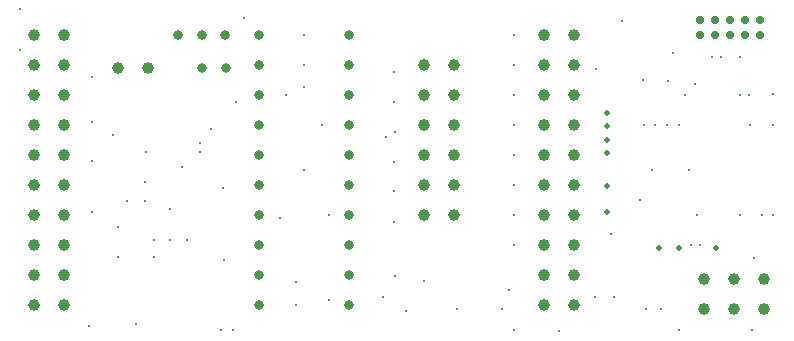
<source format=gbr>
%
M48
M72
T01C0.0100
T02C0.0200
T03C0.0290
T04C0.0320
T05C0.0394
%
T01
X11735Y9483
X13285Y9533
X16135Y9333
X16535Y9333
X18635Y10183
X19735Y10333
X18635Y10933
X16235Y11683
X14985Y12333
X14435Y12333
X13885Y12333
X13885Y11783
X12685Y11783
X12685Y12783
X11835Y13283
X12985Y13633
X13585Y13633
X14435Y13383
X13585Y14283
X14835Y14783
X15435Y15283
X15435Y15583
X15785Y16033
X16635Y16933
X18285Y17183
X18885Y17433
X18885Y18183
X18885Y19183
X16885Y19733
X21885Y17933
X21885Y16933
X21935Y15933
X21635Y15783
X21885Y14933
X21885Y13983
X21885Y12933
X19735Y13183
X18085Y13083
X16185Y14083
X13635Y15283
X12535Y15833
X11835Y16283
X11835Y14983
X11835Y17783
X9435Y18683
X9435Y20033
X19485Y16183
X18885Y14683
X21935Y11133
X22885Y10983
X21535Y10433
X22285Y9983
X23985Y10033
X25485Y10033
X25735Y10683
X25885Y9333
X27385Y9303
X28585Y10433
X29235Y10433
X30285Y10033
X30785Y10033
X31385Y9363
X33835Y9363
X33881Y11733
X32085Y12183
X31785Y12183
X31985Y13183
X33435Y13183
X34155Y13183
X34535Y13183
X31735Y14683
X30485Y14683
X30085Y13683
X29135Y12563
X25885Y12183
X25885Y13183
X25885Y14183
X25885Y15183
X25885Y16183
X25885Y17183
X25885Y18183
X25885Y19183
X28635Y18033
X30185Y17683
X31035Y17633
X31585Y17183
X31935Y17533
X33435Y17183
X33735Y17183
X34533Y17206
X34535Y16183
X33745Y16183
X31385Y16183
X30985Y16183
X30585Y16183
X30235Y16183
X31185Y18583
X32485Y18433
X32785Y18433
X33435Y18433
X29485Y19633
T02
X28985Y16583
X28985Y16133
X28985Y15683
X28985Y15233
X28985Y14133
X28985Y13283
X30735Y12083
X31385Y12083
X32635Y12083
T03
X32585Y19183
X33085Y19183
X33585Y19183
X34085Y19183
X34085Y19683
X33585Y19683
X33085Y19683
X32585Y19683
X32085Y19683
X32085Y19183
T04
X20385Y19183
X20385Y18183
X20385Y17183
X20385Y16183
X20385Y15183
X20385Y14183
X20385Y13183
X20385Y12183
X20385Y11183
X20385Y10183
X17385Y10183
X17385Y11183
X17385Y12183
X17385Y13183
X17385Y14183
X17385Y15183
X17385Y16183
X17385Y17183
X17385Y18183
X16272Y18083
X15485Y18083
X15472Y19183
X16259Y19183
X17385Y19183
X14685Y19183
T05
X13685Y18083
X12685Y18083
X10885Y18183
X9885Y18183
X9885Y17183
X10885Y17183
X10885Y16183
X9885Y16183
X9885Y15183
X10885Y15183
X10885Y14183
X9885Y14183
X9885Y13183
X10885Y13183
X10885Y12183
X9885Y12183
X9885Y11183
X10885Y11183
X10885Y10183
X9885Y10183
X22885Y13183
X23885Y13183
X23885Y14183
X22885Y14183
X22885Y15183
X23885Y15183
X23885Y16183
X22885Y16183
X22885Y17183
X23885Y17183
X23885Y18183
X22885Y18183
X26885Y18183
X27885Y18183
X27885Y17183
X26885Y17183
X26885Y16183
X27885Y16183
X27885Y15183
X26885Y15183
X26885Y14183
X27885Y14183
X27885Y13183
X26885Y13183
X26885Y12183
X27885Y12183
X27885Y11183
X26885Y11183
X26885Y10183
X27885Y10183
X32235Y10033
X33235Y10033
X34235Y10033
X34235Y11033
X33235Y11033
X32235Y11033
X27885Y19183
X26885Y19183
X10885Y19183
X9885Y19183
M30

</source>
